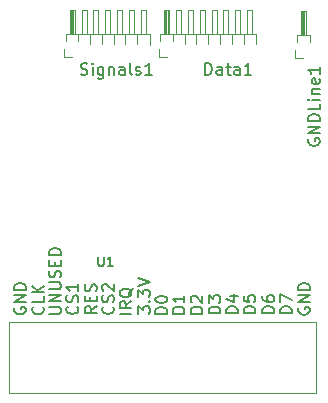
<source format=gbr>
G04 #@! TF.GenerationSoftware,KiCad,Pcbnew,(5.1.5)-3*
G04 #@! TF.CreationDate,2021-01-08T13:27:43+01:00*
G04 #@! TF.ProjectId,ndsbreakoutboard,6e647362-7265-4616-9b6f-7574626f6172,1.0*
G04 #@! TF.SameCoordinates,Original*
G04 #@! TF.FileFunction,Legend,Top*
G04 #@! TF.FilePolarity,Positive*
%FSLAX46Y46*%
G04 Gerber Fmt 4.6, Leading zero omitted, Abs format (unit mm)*
G04 Created by KiCad (PCBNEW (5.1.5)-3) date 2021-01-08 13:27:43*
%MOMM*%
%LPD*%
G04 APERTURE LIST*
%ADD10C,0.150000*%
%ADD11C,0.120000*%
G04 APERTURE END LIST*
D10*
X108702380Y-84963095D02*
X107702380Y-84963095D01*
X107702380Y-84725000D01*
X107750000Y-84582142D01*
X107845238Y-84486904D01*
X107940476Y-84439285D01*
X108130952Y-84391666D01*
X108273809Y-84391666D01*
X108464285Y-84439285D01*
X108559523Y-84486904D01*
X108654761Y-84582142D01*
X108702380Y-84725000D01*
X108702380Y-84963095D01*
X107702380Y-84058333D02*
X107702380Y-83391666D01*
X108702380Y-83820238D01*
X107202380Y-84963095D02*
X106202380Y-84963095D01*
X106202380Y-84725000D01*
X106250000Y-84582142D01*
X106345238Y-84486904D01*
X106440476Y-84439285D01*
X106630952Y-84391666D01*
X106773809Y-84391666D01*
X106964285Y-84439285D01*
X107059523Y-84486904D01*
X107154761Y-84582142D01*
X107202380Y-84725000D01*
X107202380Y-84963095D01*
X106202380Y-83534523D02*
X106202380Y-83725000D01*
X106250000Y-83820238D01*
X106297619Y-83867857D01*
X106440476Y-83963095D01*
X106630952Y-84010714D01*
X107011904Y-84010714D01*
X107107142Y-83963095D01*
X107154761Y-83915476D01*
X107202380Y-83820238D01*
X107202380Y-83629761D01*
X107154761Y-83534523D01*
X107107142Y-83486904D01*
X107011904Y-83439285D01*
X106773809Y-83439285D01*
X106678571Y-83486904D01*
X106630952Y-83534523D01*
X106583333Y-83629761D01*
X106583333Y-83820238D01*
X106630952Y-83915476D01*
X106678571Y-83963095D01*
X106773809Y-84010714D01*
X105627380Y-84963095D02*
X104627380Y-84963095D01*
X104627380Y-84725000D01*
X104675000Y-84582142D01*
X104770238Y-84486904D01*
X104865476Y-84439285D01*
X105055952Y-84391666D01*
X105198809Y-84391666D01*
X105389285Y-84439285D01*
X105484523Y-84486904D01*
X105579761Y-84582142D01*
X105627380Y-84725000D01*
X105627380Y-84963095D01*
X104627380Y-83486904D02*
X104627380Y-83963095D01*
X105103571Y-84010714D01*
X105055952Y-83963095D01*
X105008333Y-83867857D01*
X105008333Y-83629761D01*
X105055952Y-83534523D01*
X105103571Y-83486904D01*
X105198809Y-83439285D01*
X105436904Y-83439285D01*
X105532142Y-83486904D01*
X105579761Y-83534523D01*
X105627380Y-83629761D01*
X105627380Y-83867857D01*
X105579761Y-83963095D01*
X105532142Y-84010714D01*
X104152380Y-84963095D02*
X103152380Y-84963095D01*
X103152380Y-84725000D01*
X103200000Y-84582142D01*
X103295238Y-84486904D01*
X103390476Y-84439285D01*
X103580952Y-84391666D01*
X103723809Y-84391666D01*
X103914285Y-84439285D01*
X104009523Y-84486904D01*
X104104761Y-84582142D01*
X104152380Y-84725000D01*
X104152380Y-84963095D01*
X103485714Y-83534523D02*
X104152380Y-83534523D01*
X103104761Y-83772619D02*
X103819047Y-84010714D01*
X103819047Y-83391666D01*
X102652380Y-84988095D02*
X101652380Y-84988095D01*
X101652380Y-84750000D01*
X101700000Y-84607142D01*
X101795238Y-84511904D01*
X101890476Y-84464285D01*
X102080952Y-84416666D01*
X102223809Y-84416666D01*
X102414285Y-84464285D01*
X102509523Y-84511904D01*
X102604761Y-84607142D01*
X102652380Y-84750000D01*
X102652380Y-84988095D01*
X101652380Y-84083333D02*
X101652380Y-83464285D01*
X102033333Y-83797619D01*
X102033333Y-83654761D01*
X102080952Y-83559523D01*
X102128571Y-83511904D01*
X102223809Y-83464285D01*
X102461904Y-83464285D01*
X102557142Y-83511904D01*
X102604761Y-83559523D01*
X102652380Y-83654761D01*
X102652380Y-83940476D01*
X102604761Y-84035714D01*
X102557142Y-84083333D01*
X101127380Y-85013095D02*
X100127380Y-85013095D01*
X100127380Y-84775000D01*
X100175000Y-84632142D01*
X100270238Y-84536904D01*
X100365476Y-84489285D01*
X100555952Y-84441666D01*
X100698809Y-84441666D01*
X100889285Y-84489285D01*
X100984523Y-84536904D01*
X101079761Y-84632142D01*
X101127380Y-84775000D01*
X101127380Y-85013095D01*
X100222619Y-84060714D02*
X100175000Y-84013095D01*
X100127380Y-83917857D01*
X100127380Y-83679761D01*
X100175000Y-83584523D01*
X100222619Y-83536904D01*
X100317857Y-83489285D01*
X100413095Y-83489285D01*
X100555952Y-83536904D01*
X101127380Y-84108333D01*
X101127380Y-83489285D01*
X99602380Y-85013095D02*
X98602380Y-85013095D01*
X98602380Y-84775000D01*
X98650000Y-84632142D01*
X98745238Y-84536904D01*
X98840476Y-84489285D01*
X99030952Y-84441666D01*
X99173809Y-84441666D01*
X99364285Y-84489285D01*
X99459523Y-84536904D01*
X99554761Y-84632142D01*
X99602380Y-84775000D01*
X99602380Y-85013095D01*
X99602380Y-83489285D02*
X99602380Y-84060714D01*
X99602380Y-83775000D02*
X98602380Y-83775000D01*
X98745238Y-83870238D01*
X98840476Y-83965476D01*
X98888095Y-84060714D01*
X98152380Y-85038095D02*
X97152380Y-85038095D01*
X97152380Y-84800000D01*
X97200000Y-84657142D01*
X97295238Y-84561904D01*
X97390476Y-84514285D01*
X97580952Y-84466666D01*
X97723809Y-84466666D01*
X97914285Y-84514285D01*
X98009523Y-84561904D01*
X98104761Y-84657142D01*
X98152380Y-84800000D01*
X98152380Y-85038095D01*
X97152380Y-83847619D02*
X97152380Y-83752380D01*
X97200000Y-83657142D01*
X97247619Y-83609523D01*
X97342857Y-83561904D01*
X97533333Y-83514285D01*
X97771428Y-83514285D01*
X97961904Y-83561904D01*
X98057142Y-83609523D01*
X98104761Y-83657142D01*
X98152380Y-83752380D01*
X98152380Y-83847619D01*
X98104761Y-83942857D01*
X98057142Y-83990476D01*
X97961904Y-84038095D01*
X97771428Y-84085714D01*
X97533333Y-84085714D01*
X97342857Y-84038095D01*
X97247619Y-83990476D01*
X97200000Y-83942857D01*
X97152380Y-83847619D01*
X95702380Y-85026190D02*
X95702380Y-84407142D01*
X96083333Y-84740476D01*
X96083333Y-84597619D01*
X96130952Y-84502380D01*
X96178571Y-84454761D01*
X96273809Y-84407142D01*
X96511904Y-84407142D01*
X96607142Y-84454761D01*
X96654761Y-84502380D01*
X96702380Y-84597619D01*
X96702380Y-84883333D01*
X96654761Y-84978571D01*
X96607142Y-85026190D01*
X96607142Y-83978571D02*
X96654761Y-83930952D01*
X96702380Y-83978571D01*
X96654761Y-84026190D01*
X96607142Y-83978571D01*
X96702380Y-83978571D01*
X95702380Y-83597619D02*
X95702380Y-82978571D01*
X96083333Y-83311904D01*
X96083333Y-83169047D01*
X96130952Y-83073809D01*
X96178571Y-83026190D01*
X96273809Y-82978571D01*
X96511904Y-82978571D01*
X96607142Y-83026190D01*
X96654761Y-83073809D01*
X96702380Y-83169047D01*
X96702380Y-83454761D01*
X96654761Y-83550000D01*
X96607142Y-83597619D01*
X95702380Y-82692857D02*
X96702380Y-82359523D01*
X95702380Y-82026190D01*
X95127380Y-85023809D02*
X94127380Y-85023809D01*
X95127380Y-83976190D02*
X94651190Y-84309523D01*
X95127380Y-84547619D02*
X94127380Y-84547619D01*
X94127380Y-84166666D01*
X94175000Y-84071428D01*
X94222619Y-84023809D01*
X94317857Y-83976190D01*
X94460714Y-83976190D01*
X94555952Y-84023809D01*
X94603571Y-84071428D01*
X94651190Y-84166666D01*
X94651190Y-84547619D01*
X95222619Y-82880952D02*
X95175000Y-82976190D01*
X95079761Y-83071428D01*
X94936904Y-83214285D01*
X94889285Y-83309523D01*
X94889285Y-83404761D01*
X95127380Y-83357142D02*
X95079761Y-83452380D01*
X94984523Y-83547619D01*
X94794047Y-83595238D01*
X94460714Y-83595238D01*
X94270238Y-83547619D01*
X94175000Y-83452380D01*
X94127380Y-83357142D01*
X94127380Y-83166666D01*
X94175000Y-83071428D01*
X94270238Y-82976190D01*
X94460714Y-82928571D01*
X94794047Y-82928571D01*
X94984523Y-82976190D01*
X95079761Y-83071428D01*
X95127380Y-83166666D01*
X95127380Y-83357142D01*
X93557142Y-84417857D02*
X93604761Y-84465476D01*
X93652380Y-84608333D01*
X93652380Y-84703571D01*
X93604761Y-84846428D01*
X93509523Y-84941666D01*
X93414285Y-84989285D01*
X93223809Y-85036904D01*
X93080952Y-85036904D01*
X92890476Y-84989285D01*
X92795238Y-84941666D01*
X92700000Y-84846428D01*
X92652380Y-84703571D01*
X92652380Y-84608333D01*
X92700000Y-84465476D01*
X92747619Y-84417857D01*
X93604761Y-84036904D02*
X93652380Y-83894047D01*
X93652380Y-83655952D01*
X93604761Y-83560714D01*
X93557142Y-83513095D01*
X93461904Y-83465476D01*
X93366666Y-83465476D01*
X93271428Y-83513095D01*
X93223809Y-83560714D01*
X93176190Y-83655952D01*
X93128571Y-83846428D01*
X93080952Y-83941666D01*
X93033333Y-83989285D01*
X92938095Y-84036904D01*
X92842857Y-84036904D01*
X92747619Y-83989285D01*
X92700000Y-83941666D01*
X92652380Y-83846428D01*
X92652380Y-83608333D01*
X92700000Y-83465476D01*
X92747619Y-83084523D02*
X92700000Y-83036904D01*
X92652380Y-82941666D01*
X92652380Y-82703571D01*
X92700000Y-82608333D01*
X92747619Y-82560714D01*
X92842857Y-82513095D01*
X92938095Y-82513095D01*
X93080952Y-82560714D01*
X93652380Y-83132142D01*
X93652380Y-82513095D01*
X92177380Y-84394047D02*
X91701190Y-84727380D01*
X92177380Y-84965476D02*
X91177380Y-84965476D01*
X91177380Y-84584523D01*
X91225000Y-84489285D01*
X91272619Y-84441666D01*
X91367857Y-84394047D01*
X91510714Y-84394047D01*
X91605952Y-84441666D01*
X91653571Y-84489285D01*
X91701190Y-84584523D01*
X91701190Y-84965476D01*
X91653571Y-83965476D02*
X91653571Y-83632142D01*
X92177380Y-83489285D02*
X92177380Y-83965476D01*
X91177380Y-83965476D01*
X91177380Y-83489285D01*
X92129761Y-83108333D02*
X92177380Y-82965476D01*
X92177380Y-82727380D01*
X92129761Y-82632142D01*
X92082142Y-82584523D01*
X91986904Y-82536904D01*
X91891666Y-82536904D01*
X91796428Y-82584523D01*
X91748809Y-82632142D01*
X91701190Y-82727380D01*
X91653571Y-82917857D01*
X91605952Y-83013095D01*
X91558333Y-83060714D01*
X91463095Y-83108333D01*
X91367857Y-83108333D01*
X91272619Y-83060714D01*
X91225000Y-83013095D01*
X91177380Y-82917857D01*
X91177380Y-82679761D01*
X91225000Y-82536904D01*
X90532142Y-84417857D02*
X90579761Y-84465476D01*
X90627380Y-84608333D01*
X90627380Y-84703571D01*
X90579761Y-84846428D01*
X90484523Y-84941666D01*
X90389285Y-84989285D01*
X90198809Y-85036904D01*
X90055952Y-85036904D01*
X89865476Y-84989285D01*
X89770238Y-84941666D01*
X89675000Y-84846428D01*
X89627380Y-84703571D01*
X89627380Y-84608333D01*
X89675000Y-84465476D01*
X89722619Y-84417857D01*
X90579761Y-84036904D02*
X90627380Y-83894047D01*
X90627380Y-83655952D01*
X90579761Y-83560714D01*
X90532142Y-83513095D01*
X90436904Y-83465476D01*
X90341666Y-83465476D01*
X90246428Y-83513095D01*
X90198809Y-83560714D01*
X90151190Y-83655952D01*
X90103571Y-83846428D01*
X90055952Y-83941666D01*
X90008333Y-83989285D01*
X89913095Y-84036904D01*
X89817857Y-84036904D01*
X89722619Y-83989285D01*
X89675000Y-83941666D01*
X89627380Y-83846428D01*
X89627380Y-83608333D01*
X89675000Y-83465476D01*
X90627380Y-82513095D02*
X90627380Y-83084523D01*
X90627380Y-82798809D02*
X89627380Y-82798809D01*
X89770238Y-82894047D01*
X89865476Y-82989285D01*
X89913095Y-83084523D01*
X88149180Y-85032504D02*
X88958704Y-85032504D01*
X89053942Y-84984885D01*
X89101561Y-84937266D01*
X89149180Y-84842028D01*
X89149180Y-84651552D01*
X89101561Y-84556314D01*
X89053942Y-84508695D01*
X88958704Y-84461076D01*
X88149180Y-84461076D01*
X89149180Y-83984885D02*
X88149180Y-83984885D01*
X89149180Y-83413457D01*
X88149180Y-83413457D01*
X88149180Y-82937266D02*
X88958704Y-82937266D01*
X89053942Y-82889647D01*
X89101561Y-82842028D01*
X89149180Y-82746790D01*
X89149180Y-82556314D01*
X89101561Y-82461076D01*
X89053942Y-82413457D01*
X88958704Y-82365838D01*
X88149180Y-82365838D01*
X89101561Y-81937266D02*
X89149180Y-81794409D01*
X89149180Y-81556314D01*
X89101561Y-81461076D01*
X89053942Y-81413457D01*
X88958704Y-81365838D01*
X88863466Y-81365838D01*
X88768228Y-81413457D01*
X88720609Y-81461076D01*
X88672990Y-81556314D01*
X88625371Y-81746790D01*
X88577752Y-81842028D01*
X88530133Y-81889647D01*
X88434895Y-81937266D01*
X88339657Y-81937266D01*
X88244419Y-81889647D01*
X88196800Y-81842028D01*
X88149180Y-81746790D01*
X88149180Y-81508695D01*
X88196800Y-81365838D01*
X88625371Y-80937266D02*
X88625371Y-80603933D01*
X89149180Y-80461076D02*
X89149180Y-80937266D01*
X88149180Y-80937266D01*
X88149180Y-80461076D01*
X89149180Y-80032504D02*
X88149180Y-80032504D01*
X88149180Y-79794409D01*
X88196800Y-79651552D01*
X88292038Y-79556314D01*
X88387276Y-79508695D01*
X88577752Y-79461076D01*
X88720609Y-79461076D01*
X88911085Y-79508695D01*
X89006323Y-79556314D01*
X89101561Y-79651552D01*
X89149180Y-79794409D01*
X89149180Y-80032504D01*
X87607142Y-84445238D02*
X87654761Y-84492857D01*
X87702380Y-84635714D01*
X87702380Y-84730952D01*
X87654761Y-84873809D01*
X87559523Y-84969047D01*
X87464285Y-85016666D01*
X87273809Y-85064285D01*
X87130952Y-85064285D01*
X86940476Y-85016666D01*
X86845238Y-84969047D01*
X86750000Y-84873809D01*
X86702380Y-84730952D01*
X86702380Y-84635714D01*
X86750000Y-84492857D01*
X86797619Y-84445238D01*
X87702380Y-83540476D02*
X87702380Y-84016666D01*
X86702380Y-84016666D01*
X87702380Y-83207142D02*
X86702380Y-83207142D01*
X87702380Y-82635714D02*
X87130952Y-83064285D01*
X86702380Y-82635714D02*
X87273809Y-83207142D01*
X109275000Y-84518404D02*
X109227380Y-84613642D01*
X109227380Y-84756500D01*
X109275000Y-84899357D01*
X109370238Y-84994595D01*
X109465476Y-85042214D01*
X109655952Y-85089833D01*
X109798809Y-85089833D01*
X109989285Y-85042214D01*
X110084523Y-84994595D01*
X110179761Y-84899357D01*
X110227380Y-84756500D01*
X110227380Y-84661261D01*
X110179761Y-84518404D01*
X110132142Y-84470785D01*
X109798809Y-84470785D01*
X109798809Y-84661261D01*
X110227380Y-84042214D02*
X109227380Y-84042214D01*
X110227380Y-83470785D01*
X109227380Y-83470785D01*
X110227380Y-82994595D02*
X109227380Y-82994595D01*
X109227380Y-82756500D01*
X109275000Y-82613642D01*
X109370238Y-82518404D01*
X109465476Y-82470785D01*
X109655952Y-82423166D01*
X109798809Y-82423166D01*
X109989285Y-82470785D01*
X110084523Y-82518404D01*
X110179761Y-82613642D01*
X110227380Y-82756500D01*
X110227380Y-82994595D01*
X85225000Y-84511904D02*
X85177380Y-84607142D01*
X85177380Y-84750000D01*
X85225000Y-84892857D01*
X85320238Y-84988095D01*
X85415476Y-85035714D01*
X85605952Y-85083333D01*
X85748809Y-85083333D01*
X85939285Y-85035714D01*
X86034523Y-84988095D01*
X86129761Y-84892857D01*
X86177380Y-84750000D01*
X86177380Y-84654761D01*
X86129761Y-84511904D01*
X86082142Y-84464285D01*
X85748809Y-84464285D01*
X85748809Y-84654761D01*
X86177380Y-84035714D02*
X85177380Y-84035714D01*
X86177380Y-83464285D01*
X85177380Y-83464285D01*
X86177380Y-82988095D02*
X85177380Y-82988095D01*
X85177380Y-82750000D01*
X85225000Y-82607142D01*
X85320238Y-82511904D01*
X85415476Y-82464285D01*
X85605952Y-82416666D01*
X85748809Y-82416666D01*
X85939285Y-82464285D01*
X86034523Y-82511904D01*
X86129761Y-82607142D01*
X86177380Y-82750000D01*
X86177380Y-82988095D01*
D11*
X84770001Y-85705000D02*
X84770001Y-91705000D01*
X84770001Y-91705000D02*
X110720001Y-91705000D01*
X110720001Y-91705000D02*
X110720001Y-85755000D01*
X110720001Y-85755000D02*
X84720001Y-85755000D01*
X97560200Y-61926000D02*
X97560200Y-61301000D01*
X97560200Y-61301000D02*
X105680200Y-61301000D01*
X105680200Y-61301000D02*
X105680200Y-62216507D01*
X97910200Y-61301000D02*
X97910200Y-59301000D01*
X97910200Y-59301000D02*
X98330200Y-59301000D01*
X98330200Y-59301000D02*
X98330200Y-61301000D01*
X97970200Y-61301000D02*
X97970200Y-59301000D01*
X98090200Y-61301000D02*
X98090200Y-59301000D01*
X98210200Y-61301000D02*
X98210200Y-59301000D01*
X98620200Y-61926000D02*
X98620200Y-61301000D01*
X98910200Y-61301000D02*
X98910200Y-59301000D01*
X98910200Y-59301000D02*
X99330200Y-59301000D01*
X99330200Y-59301000D02*
X99330200Y-61301000D01*
X99620200Y-62142785D02*
X99620200Y-61301000D01*
X99910200Y-61301000D02*
X99910200Y-59301000D01*
X99910200Y-59301000D02*
X100330200Y-59301000D01*
X100330200Y-59301000D02*
X100330200Y-61301000D01*
X100620200Y-62142785D02*
X100620200Y-61301000D01*
X100910200Y-61301000D02*
X100910200Y-59301000D01*
X100910200Y-59301000D02*
X101330200Y-59301000D01*
X101330200Y-59301000D02*
X101330200Y-61301000D01*
X101620200Y-62142785D02*
X101620200Y-61301000D01*
X101910200Y-61301000D02*
X101910200Y-59301000D01*
X101910200Y-59301000D02*
X102330200Y-59301000D01*
X102330200Y-59301000D02*
X102330200Y-61301000D01*
X102620200Y-62142785D02*
X102620200Y-61301000D01*
X102910200Y-61301000D02*
X102910200Y-59301000D01*
X102910200Y-59301000D02*
X103330200Y-59301000D01*
X103330200Y-59301000D02*
X103330200Y-61301000D01*
X103620200Y-62142785D02*
X103620200Y-61301000D01*
X103910200Y-61301000D02*
X103910200Y-59301000D01*
X103910200Y-59301000D02*
X104330200Y-59301000D01*
X104330200Y-59301000D02*
X104330200Y-61301000D01*
X104620200Y-62142785D02*
X104620200Y-61301000D01*
X104910200Y-61301000D02*
X104910200Y-59301000D01*
X104910200Y-59301000D02*
X105330200Y-59301000D01*
X105330200Y-59301000D02*
X105330200Y-61301000D01*
X98120200Y-63296000D02*
X97435200Y-63296000D01*
X97435200Y-63296000D02*
X97435200Y-62611000D01*
X109117200Y-62027600D02*
X109117200Y-61402600D01*
X109117200Y-61402600D02*
X110237200Y-61402600D01*
X110237200Y-61402600D02*
X110237200Y-62027600D01*
X109467200Y-61402600D02*
X109467200Y-59402600D01*
X109467200Y-59402600D02*
X109887200Y-59402600D01*
X109887200Y-59402600D02*
X109887200Y-61402600D01*
X109527200Y-61402600D02*
X109527200Y-59402600D01*
X109647200Y-61402600D02*
X109647200Y-59402600D01*
X109767200Y-61402600D02*
X109767200Y-59402600D01*
X109677200Y-63397600D02*
X108992200Y-63397600D01*
X108992200Y-63397600D02*
X108992200Y-62712600D01*
X89559200Y-61951400D02*
X89559200Y-61326400D01*
X89559200Y-61326400D02*
X96679200Y-61326400D01*
X96679200Y-61326400D02*
X96679200Y-62241907D01*
X89909200Y-61326400D02*
X89909200Y-59326400D01*
X89909200Y-59326400D02*
X90329200Y-59326400D01*
X90329200Y-59326400D02*
X90329200Y-61326400D01*
X89969200Y-61326400D02*
X89969200Y-59326400D01*
X90089200Y-61326400D02*
X90089200Y-59326400D01*
X90209200Y-61326400D02*
X90209200Y-59326400D01*
X90619200Y-61951400D02*
X90619200Y-61326400D01*
X90909200Y-61326400D02*
X90909200Y-59326400D01*
X90909200Y-59326400D02*
X91329200Y-59326400D01*
X91329200Y-59326400D02*
X91329200Y-61326400D01*
X91619200Y-62168185D02*
X91619200Y-61326400D01*
X91909200Y-61326400D02*
X91909200Y-59326400D01*
X91909200Y-59326400D02*
X92329200Y-59326400D01*
X92329200Y-59326400D02*
X92329200Y-61326400D01*
X92619200Y-62168185D02*
X92619200Y-61326400D01*
X92909200Y-61326400D02*
X92909200Y-59326400D01*
X92909200Y-59326400D02*
X93329200Y-59326400D01*
X93329200Y-59326400D02*
X93329200Y-61326400D01*
X93619200Y-62168185D02*
X93619200Y-61326400D01*
X93909200Y-61326400D02*
X93909200Y-59326400D01*
X93909200Y-59326400D02*
X94329200Y-59326400D01*
X94329200Y-59326400D02*
X94329200Y-61326400D01*
X94619200Y-62168185D02*
X94619200Y-61326400D01*
X94909200Y-61326400D02*
X94909200Y-59326400D01*
X94909200Y-59326400D02*
X95329200Y-59326400D01*
X95329200Y-59326400D02*
X95329200Y-61326400D01*
X95619200Y-62168185D02*
X95619200Y-61326400D01*
X95909200Y-61326400D02*
X95909200Y-59326400D01*
X95909200Y-59326400D02*
X96329200Y-59326400D01*
X96329200Y-59326400D02*
X96329200Y-61326400D01*
X90119200Y-63321400D02*
X89434200Y-63321400D01*
X89434200Y-63321400D02*
X89434200Y-62636400D01*
D10*
X92303676Y-80181504D02*
X92303676Y-80829123D01*
X92341771Y-80905314D01*
X92379866Y-80943409D01*
X92456057Y-80981504D01*
X92608438Y-80981504D01*
X92684628Y-80943409D01*
X92722723Y-80905314D01*
X92760819Y-80829123D01*
X92760819Y-80181504D01*
X93560819Y-80981504D02*
X93103676Y-80981504D01*
X93332247Y-80981504D02*
X93332247Y-80181504D01*
X93256057Y-80295790D01*
X93179866Y-80371980D01*
X93103676Y-80410076D01*
X101373228Y-64790580D02*
X101373228Y-63790580D01*
X101611323Y-63790580D01*
X101754180Y-63838200D01*
X101849419Y-63933438D01*
X101897038Y-64028676D01*
X101944657Y-64219152D01*
X101944657Y-64362009D01*
X101897038Y-64552485D01*
X101849419Y-64647723D01*
X101754180Y-64742961D01*
X101611323Y-64790580D01*
X101373228Y-64790580D01*
X102801800Y-64790580D02*
X102801800Y-64266771D01*
X102754180Y-64171533D01*
X102658942Y-64123914D01*
X102468466Y-64123914D01*
X102373228Y-64171533D01*
X102801800Y-64742961D02*
X102706561Y-64790580D01*
X102468466Y-64790580D01*
X102373228Y-64742961D01*
X102325609Y-64647723D01*
X102325609Y-64552485D01*
X102373228Y-64457247D01*
X102468466Y-64409628D01*
X102706561Y-64409628D01*
X102801800Y-64362009D01*
X103135133Y-64123914D02*
X103516085Y-64123914D01*
X103277990Y-63790580D02*
X103277990Y-64647723D01*
X103325609Y-64742961D01*
X103420847Y-64790580D01*
X103516085Y-64790580D01*
X104277990Y-64790580D02*
X104277990Y-64266771D01*
X104230371Y-64171533D01*
X104135133Y-64123914D01*
X103944657Y-64123914D01*
X103849419Y-64171533D01*
X104277990Y-64742961D02*
X104182752Y-64790580D01*
X103944657Y-64790580D01*
X103849419Y-64742961D01*
X103801800Y-64647723D01*
X103801800Y-64552485D01*
X103849419Y-64457247D01*
X103944657Y-64409628D01*
X104182752Y-64409628D01*
X104277990Y-64362009D01*
X105277990Y-64790580D02*
X104706561Y-64790580D01*
X104992276Y-64790580D02*
X104992276Y-63790580D01*
X104897038Y-63933438D01*
X104801800Y-64028676D01*
X104706561Y-64076295D01*
X110117000Y-70224304D02*
X110069380Y-70319542D01*
X110069380Y-70462400D01*
X110117000Y-70605257D01*
X110212238Y-70700495D01*
X110307476Y-70748114D01*
X110497952Y-70795733D01*
X110640809Y-70795733D01*
X110831285Y-70748114D01*
X110926523Y-70700495D01*
X111021761Y-70605257D01*
X111069380Y-70462400D01*
X111069380Y-70367161D01*
X111021761Y-70224304D01*
X110974142Y-70176685D01*
X110640809Y-70176685D01*
X110640809Y-70367161D01*
X111069380Y-69748114D02*
X110069380Y-69748114D01*
X111069380Y-69176685D01*
X110069380Y-69176685D01*
X111069380Y-68700495D02*
X110069380Y-68700495D01*
X110069380Y-68462400D01*
X110117000Y-68319542D01*
X110212238Y-68224304D01*
X110307476Y-68176685D01*
X110497952Y-68129066D01*
X110640809Y-68129066D01*
X110831285Y-68176685D01*
X110926523Y-68224304D01*
X111021761Y-68319542D01*
X111069380Y-68462400D01*
X111069380Y-68700495D01*
X111069380Y-67224304D02*
X111069380Y-67700495D01*
X110069380Y-67700495D01*
X111069380Y-66890971D02*
X110402714Y-66890971D01*
X110069380Y-66890971D02*
X110117000Y-66938590D01*
X110164619Y-66890971D01*
X110117000Y-66843352D01*
X110069380Y-66890971D01*
X110164619Y-66890971D01*
X110402714Y-66414780D02*
X111069380Y-66414780D01*
X110497952Y-66414780D02*
X110450333Y-66367161D01*
X110402714Y-66271923D01*
X110402714Y-66129066D01*
X110450333Y-66033828D01*
X110545571Y-65986209D01*
X111069380Y-65986209D01*
X111021761Y-65129066D02*
X111069380Y-65224304D01*
X111069380Y-65414780D01*
X111021761Y-65510019D01*
X110926523Y-65557638D01*
X110545571Y-65557638D01*
X110450333Y-65510019D01*
X110402714Y-65414780D01*
X110402714Y-65224304D01*
X110450333Y-65129066D01*
X110545571Y-65081447D01*
X110640809Y-65081447D01*
X110736047Y-65557638D01*
X111069380Y-64129066D02*
X111069380Y-64700495D01*
X111069380Y-64414780D02*
X110069380Y-64414780D01*
X110212238Y-64510019D01*
X110307476Y-64605257D01*
X110355095Y-64700495D01*
X90829190Y-64742961D02*
X90972047Y-64790580D01*
X91210142Y-64790580D01*
X91305380Y-64742961D01*
X91353000Y-64695342D01*
X91400619Y-64600104D01*
X91400619Y-64504866D01*
X91353000Y-64409628D01*
X91305380Y-64362009D01*
X91210142Y-64314390D01*
X91019666Y-64266771D01*
X90924428Y-64219152D01*
X90876809Y-64171533D01*
X90829190Y-64076295D01*
X90829190Y-63981057D01*
X90876809Y-63885819D01*
X90924428Y-63838200D01*
X91019666Y-63790580D01*
X91257761Y-63790580D01*
X91400619Y-63838200D01*
X91829190Y-64790580D02*
X91829190Y-64123914D01*
X91829190Y-63790580D02*
X91781571Y-63838200D01*
X91829190Y-63885819D01*
X91876809Y-63838200D01*
X91829190Y-63790580D01*
X91829190Y-63885819D01*
X92733952Y-64123914D02*
X92733952Y-64933438D01*
X92686333Y-65028676D01*
X92638714Y-65076295D01*
X92543476Y-65123914D01*
X92400619Y-65123914D01*
X92305380Y-65076295D01*
X92733952Y-64742961D02*
X92638714Y-64790580D01*
X92448238Y-64790580D01*
X92353000Y-64742961D01*
X92305380Y-64695342D01*
X92257761Y-64600104D01*
X92257761Y-64314390D01*
X92305380Y-64219152D01*
X92353000Y-64171533D01*
X92448238Y-64123914D01*
X92638714Y-64123914D01*
X92733952Y-64171533D01*
X93210142Y-64123914D02*
X93210142Y-64790580D01*
X93210142Y-64219152D02*
X93257761Y-64171533D01*
X93353000Y-64123914D01*
X93495857Y-64123914D01*
X93591095Y-64171533D01*
X93638714Y-64266771D01*
X93638714Y-64790580D01*
X94543476Y-64790580D02*
X94543476Y-64266771D01*
X94495857Y-64171533D01*
X94400619Y-64123914D01*
X94210142Y-64123914D01*
X94114904Y-64171533D01*
X94543476Y-64742961D02*
X94448238Y-64790580D01*
X94210142Y-64790580D01*
X94114904Y-64742961D01*
X94067285Y-64647723D01*
X94067285Y-64552485D01*
X94114904Y-64457247D01*
X94210142Y-64409628D01*
X94448238Y-64409628D01*
X94543476Y-64362009D01*
X95162523Y-64790580D02*
X95067285Y-64742961D01*
X95019666Y-64647723D01*
X95019666Y-63790580D01*
X95495857Y-64742961D02*
X95591095Y-64790580D01*
X95781571Y-64790580D01*
X95876809Y-64742961D01*
X95924428Y-64647723D01*
X95924428Y-64600104D01*
X95876809Y-64504866D01*
X95781571Y-64457247D01*
X95638714Y-64457247D01*
X95543476Y-64409628D01*
X95495857Y-64314390D01*
X95495857Y-64266771D01*
X95543476Y-64171533D01*
X95638714Y-64123914D01*
X95781571Y-64123914D01*
X95876809Y-64171533D01*
X96876809Y-64790580D02*
X96305380Y-64790580D01*
X96591095Y-64790580D02*
X96591095Y-63790580D01*
X96495857Y-63933438D01*
X96400619Y-64028676D01*
X96305380Y-64076295D01*
M02*

</source>
